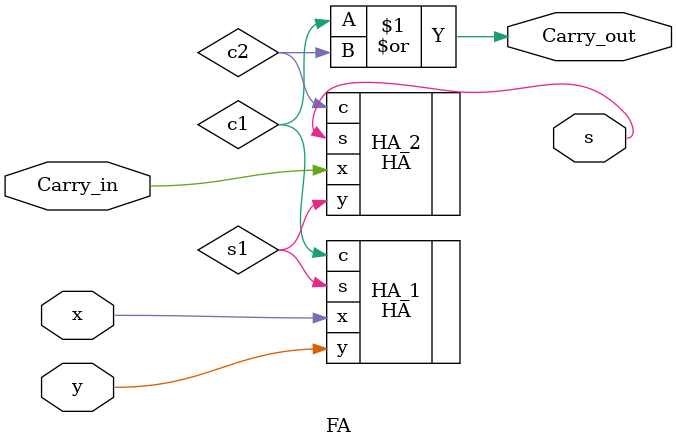
<source format=v>
`include "HA.v"
module FA(s, Carry_out, x, y, Carry_in);
input x, y, Carry_in;
output s, Carry_out;
wire s1, c1, c2;

HA HA_1(.s(s1), .c(c1), .x(x), .y(y));
HA HA_2(.s(s), .c(c2), .x(Carry_in), .y(s1));
or (Carry_out, c1, c2);
  
endmodule


</source>
